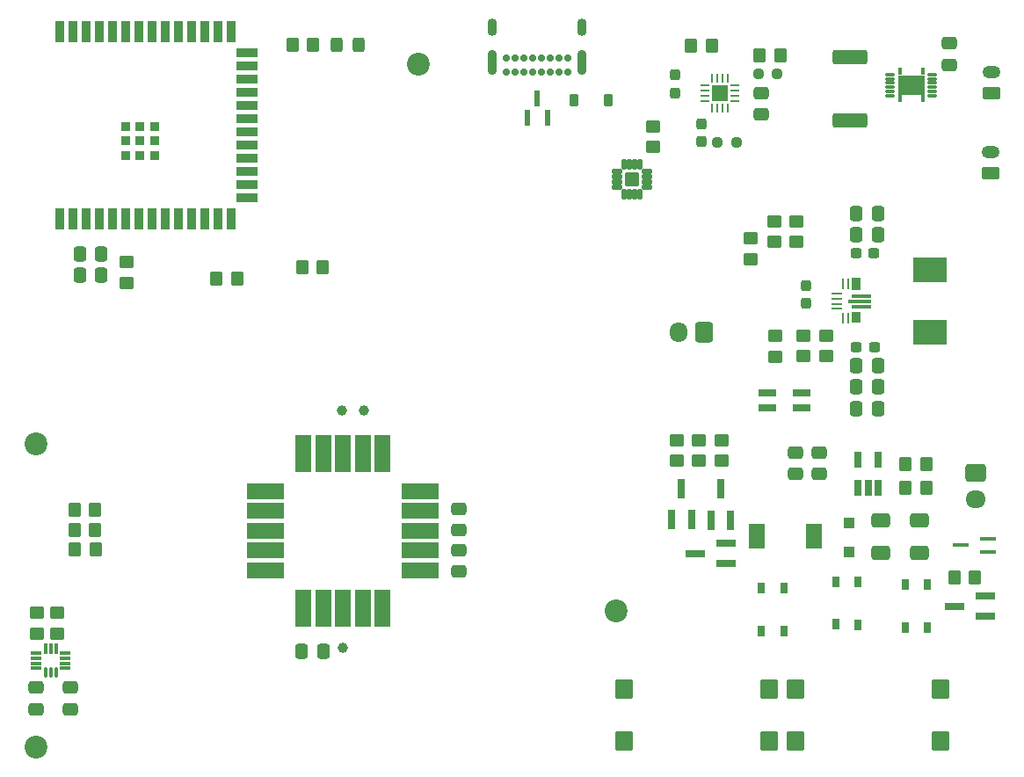
<source format=gts>
G04 #@! TF.GenerationSoftware,KiCad,Pcbnew,7.0.2*
G04 #@! TF.CreationDate,2023-10-18T14:33:44-04:00*
G04 #@! TF.ProjectId,boardlock,626f6172-646c-46f6-936b-2e6b69636164,rev?*
G04 #@! TF.SameCoordinates,Original*
G04 #@! TF.FileFunction,Soldermask,Top*
G04 #@! TF.FilePolarity,Negative*
%FSLAX46Y46*%
G04 Gerber Fmt 4.6, Leading zero omitted, Abs format (unit mm)*
G04 Created by KiCad (PCBNEW 7.0.2) date 2023-10-18 14:33:44*
%MOMM*%
%LPD*%
G01*
G04 APERTURE LIST*
G04 Aperture macros list*
%AMRoundRect*
0 Rectangle with rounded corners*
0 $1 Rounding radius*
0 $2 $3 $4 $5 $6 $7 $8 $9 X,Y pos of 4 corners*
0 Add a 4 corners polygon primitive as box body*
4,1,4,$2,$3,$4,$5,$6,$7,$8,$9,$2,$3,0*
0 Add four circle primitives for the rounded corners*
1,1,$1+$1,$2,$3*
1,1,$1+$1,$4,$5*
1,1,$1+$1,$6,$7*
1,1,$1+$1,$8,$9*
0 Add four rect primitives between the rounded corners*
20,1,$1+$1,$2,$3,$4,$5,0*
20,1,$1+$1,$4,$5,$6,$7,0*
20,1,$1+$1,$6,$7,$8,$9,0*
20,1,$1+$1,$8,$9,$2,$3,0*%
G04 Aperture macros list end*
%ADD10C,1.000000*%
%ADD11RoundRect,0.237500X0.250000X0.237500X-0.250000X0.237500X-0.250000X-0.237500X0.250000X-0.237500X0*%
%ADD12RoundRect,0.250000X-0.450000X0.350000X-0.450000X-0.350000X0.450000X-0.350000X0.450000X0.350000X0*%
%ADD13RoundRect,0.250000X-0.350000X-0.450000X0.350000X-0.450000X0.350000X0.450000X-0.350000X0.450000X0*%
%ADD14RoundRect,0.250000X0.650000X-0.412500X0.650000X0.412500X-0.650000X0.412500X-0.650000X-0.412500X0*%
%ADD15RoundRect,0.250000X-0.337500X-0.475000X0.337500X-0.475000X0.337500X0.475000X-0.337500X0.475000X0*%
%ADD16R,0.599999X1.500000*%
%ADD17RoundRect,0.237500X0.237500X-0.300000X0.237500X0.300000X-0.237500X0.300000X-0.237500X-0.300000X0*%
%ADD18R,0.800000X1.900000*%
%ADD19RoundRect,0.087500X-0.437500X-0.087500X0.437500X-0.087500X0.437500X0.087500X-0.437500X0.087500X0*%
%ADD20RoundRect,0.087500X-0.087500X-0.412500X0.087500X-0.412500X0.087500X0.412500X-0.087500X0.412500X0*%
%ADD21RoundRect,0.087500X-0.087500X-0.462500X0.087500X-0.462500X0.087500X0.462500X-0.087500X0.462500X0*%
%ADD22RoundRect,0.237500X-0.300000X-0.237500X0.300000X-0.237500X0.300000X0.237500X-0.300000X0.237500X0*%
%ADD23R,0.650000X1.050000*%
%ADD24RoundRect,0.250000X0.625000X-0.350000X0.625000X0.350000X-0.625000X0.350000X-0.625000X-0.350000X0*%
%ADD25O,1.750000X1.200000*%
%ADD26RoundRect,0.250000X-0.475000X0.337500X-0.475000X-0.337500X0.475000X-0.337500X0.475000X0.337500X0*%
%ADD27R,1.790000X0.800000*%
%ADD28R,1.500000X2.400000*%
%ADD29R,1.900000X0.800000*%
%ADD30C,2.200000*%
%ADD31RoundRect,0.249999X-1.425001X0.450001X-1.425001X-0.450001X1.425001X-0.450001X1.425001X0.450001X0*%
%ADD32RoundRect,0.062500X0.375000X0.062500X-0.375000X0.062500X-0.375000X-0.062500X0.375000X-0.062500X0*%
%ADD33RoundRect,0.062500X0.062500X0.375000X-0.062500X0.375000X-0.062500X-0.375000X0.062500X-0.375000X0*%
%ADD34R,1.600000X1.600000*%
%ADD35R,1.049999X0.240000*%
%ADD36R,0.240000X0.999999*%
%ADD37R,0.849998X1.050000*%
%ADD38R,1.950000X0.349998*%
%ADD39R,2.300000X0.349998*%
%ADD40R,2.300000X0.349997*%
%ADD41R,0.850000X1.150000*%
%ADD42R,0.245000X1.099999*%
%ADD43R,0.240000X1.099999*%
%ADD44RoundRect,0.250000X0.450000X-0.350000X0.450000X0.350000X-0.450000X0.350000X-0.450000X-0.350000X0*%
%ADD45RoundRect,0.050000X0.100000X0.100000X-0.100000X0.100000X-0.100000X-0.100000X0.100000X-0.100000X0*%
%ADD46O,0.950000X0.300000*%
%ADD47R,0.400000X0.575000*%
%ADD48R,0.400000X0.675000*%
%ADD49R,2.600000X1.950000*%
%ADD50RoundRect,0.237500X-0.250000X-0.237500X0.250000X-0.237500X0.250000X0.237500X-0.250000X0.237500X0*%
%ADD51R,1.500000X0.450000*%
%ADD52R,0.650000X1.560000*%
%ADD53RoundRect,0.000001X1.750000X0.750000X-1.750000X0.750000X-1.750000X-0.750000X1.750000X-0.750000X0*%
%ADD54RoundRect,0.000001X0.750000X1.750000X-0.750000X1.750000X-0.750000X-1.750000X0.750000X-1.750000X0*%
%ADD55RoundRect,0.250000X0.350000X0.450000X-0.350000X0.450000X-0.350000X-0.450000X0.350000X-0.450000X0*%
%ADD56RoundRect,0.250000X0.475000X-0.337500X0.475000X0.337500X-0.475000X0.337500X-0.475000X-0.337500X0*%
%ADD57RoundRect,0.110100X-0.411900X-0.126900X0.411900X-0.126900X0.411900X0.126900X-0.411900X0.126900X0*%
%ADD58RoundRect,0.110100X0.126900X-0.411900X0.126900X0.411900X-0.126900X0.411900X-0.126900X-0.411900X0*%
%ADD59RoundRect,0.102000X-0.550000X-0.550000X0.550000X-0.550000X0.550000X0.550000X-0.550000X0.550000X0*%
%ADD60R,0.900000X2.000000*%
%ADD61R,2.000000X0.900000*%
%ADD62R,0.900000X0.900000*%
%ADD63R,3.251200X2.489200*%
%ADD64RoundRect,0.102000X-0.775000X-0.800000X0.775000X-0.800000X0.775000X0.800000X-0.775000X0.800000X0*%
%ADD65RoundRect,0.250000X0.337500X0.475000X-0.337500X0.475000X-0.337500X-0.475000X0.337500X-0.475000X0*%
%ADD66RoundRect,0.250000X0.325000X0.450000X-0.325000X0.450000X-0.325000X-0.450000X0.325000X-0.450000X0*%
%ADD67RoundRect,0.225000X0.225000X0.375000X-0.225000X0.375000X-0.225000X-0.375000X0.225000X-0.375000X0*%
%ADD68RoundRect,0.250000X0.300000X-0.300000X0.300000X0.300000X-0.300000X0.300000X-0.300000X-0.300000X0*%
%ADD69RoundRect,0.250000X-0.725000X0.600000X-0.725000X-0.600000X0.725000X-0.600000X0.725000X0.600000X0*%
%ADD70O,1.950000X1.700000*%
%ADD71RoundRect,0.250000X0.600000X0.725000X-0.600000X0.725000X-0.600000X-0.725000X0.600000X-0.725000X0*%
%ADD72O,1.700000X1.950000*%
%ADD73RoundRect,0.237500X-0.237500X0.300000X-0.237500X-0.300000X0.237500X-0.300000X0.237500X0.300000X0*%
%ADD74C,0.700000*%
%ADD75O,0.900000X1.700000*%
%ADD76O,0.900000X2.400000*%
G04 APERTURE END LIST*
G36*
X191766154Y-91335563D02*
G01*
X191775535Y-91338408D01*
X191784178Y-91343028D01*
X191791755Y-91349246D01*
X191797973Y-91356823D01*
X191802596Y-91365466D01*
X191805441Y-91374846D01*
X191806401Y-91384600D01*
X191806401Y-91534600D01*
X191805441Y-91544356D01*
X191802596Y-91553736D01*
X191797973Y-91562380D01*
X191791755Y-91569957D01*
X191784178Y-91576174D01*
X191775535Y-91580795D01*
X191766154Y-91583640D01*
X191756401Y-91584600D01*
X191106400Y-91584600D01*
X191096646Y-91583640D01*
X191087266Y-91580795D01*
X191078622Y-91576174D01*
X191071045Y-91569957D01*
X191064827Y-91562380D01*
X191060205Y-91553736D01*
X191057360Y-91544356D01*
X191056400Y-91534600D01*
X191056400Y-91384600D01*
X191057360Y-91374846D01*
X191060205Y-91365466D01*
X191064827Y-91356823D01*
X191071045Y-91349246D01*
X191078622Y-91343028D01*
X191087266Y-91338408D01*
X191096646Y-91335563D01*
X191106400Y-91334600D01*
X191756401Y-91334600D01*
X191766154Y-91335563D01*
G37*
G36*
X191766154Y-93785560D02*
G01*
X191775535Y-93788405D01*
X191784178Y-93793026D01*
X191791755Y-93799243D01*
X191797973Y-93806820D01*
X191802596Y-93815464D01*
X191805441Y-93824844D01*
X191806401Y-93834600D01*
X191806401Y-93984600D01*
X191805441Y-93994354D01*
X191802596Y-94003734D01*
X191797973Y-94012377D01*
X191791755Y-94019954D01*
X191784178Y-94026172D01*
X191775535Y-94030792D01*
X191766154Y-94033637D01*
X191756401Y-94034600D01*
X191106400Y-94034600D01*
X191096646Y-94033637D01*
X191087266Y-94030792D01*
X191078622Y-94026172D01*
X191071045Y-94019954D01*
X191064827Y-94012377D01*
X191060205Y-94003734D01*
X191057360Y-93994354D01*
X191056400Y-93984600D01*
X191056400Y-93834600D01*
X191057360Y-93824844D01*
X191060205Y-93815464D01*
X191064827Y-93806820D01*
X191071045Y-93799243D01*
X191078622Y-93793026D01*
X191087266Y-93788405D01*
X191096646Y-93785560D01*
X191106400Y-93784600D01*
X191756401Y-93784600D01*
X191766154Y-93785560D01*
G37*
G36*
X191266153Y-93785560D02*
G01*
X191275533Y-93788405D01*
X191284177Y-93793028D01*
X191291754Y-93799246D01*
X191297971Y-93806823D01*
X191302592Y-93815466D01*
X191305437Y-93824847D01*
X191306399Y-93834600D01*
X191306399Y-94334599D01*
X191305437Y-94344353D01*
X191302592Y-94353733D01*
X191297971Y-94362377D01*
X191291754Y-94369954D01*
X191284177Y-94376171D01*
X191275533Y-94380794D01*
X191266153Y-94383639D01*
X191256399Y-94384599D01*
X191106400Y-94384599D01*
X191096643Y-94383639D01*
X191087263Y-94380794D01*
X191078620Y-94376171D01*
X191071043Y-94369954D01*
X191064825Y-94362377D01*
X191060205Y-94353733D01*
X191057360Y-94344353D01*
X191056400Y-94334599D01*
X191056400Y-93834600D01*
X191057360Y-93824847D01*
X191060205Y-93815466D01*
X191064825Y-93806823D01*
X191071043Y-93799246D01*
X191078620Y-93793028D01*
X191087263Y-93788405D01*
X191096643Y-93785560D01*
X191106400Y-93784600D01*
X191256399Y-93784600D01*
X191266153Y-93785560D01*
G37*
G36*
X191266153Y-90985561D02*
G01*
X191275533Y-90988406D01*
X191284177Y-90993029D01*
X191291754Y-90999246D01*
X191297971Y-91006823D01*
X191302592Y-91015467D01*
X191305437Y-91024847D01*
X191306399Y-91034601D01*
X191306399Y-91534600D01*
X191305437Y-91544353D01*
X191302592Y-91553734D01*
X191297971Y-91562377D01*
X191291754Y-91569954D01*
X191284177Y-91576172D01*
X191275533Y-91580795D01*
X191266153Y-91583640D01*
X191256399Y-91584600D01*
X191106400Y-91584600D01*
X191096643Y-91583640D01*
X191087263Y-91580795D01*
X191078620Y-91576172D01*
X191071043Y-91569954D01*
X191064825Y-91562377D01*
X191060205Y-91553734D01*
X191057360Y-91544353D01*
X191056400Y-91534600D01*
X191056400Y-91034601D01*
X191057360Y-91024847D01*
X191060205Y-91015467D01*
X191064825Y-91006823D01*
X191071043Y-90999246D01*
X191078620Y-90993029D01*
X191087263Y-90988406D01*
X191096643Y-90985561D01*
X191106400Y-90984601D01*
X191256399Y-90984601D01*
X191266153Y-90985561D01*
G37*
G36*
X191766157Y-93785560D02*
G01*
X191775537Y-93788405D01*
X191784181Y-93793028D01*
X191791758Y-93799246D01*
X191797976Y-93806823D01*
X191802596Y-93815466D01*
X191805441Y-93824847D01*
X191806401Y-93834600D01*
X191806401Y-94334599D01*
X191805441Y-94344353D01*
X191802596Y-94353733D01*
X191797976Y-94362377D01*
X191791758Y-94369954D01*
X191784181Y-94376171D01*
X191775537Y-94380794D01*
X191766157Y-94383639D01*
X191756401Y-94384599D01*
X191606401Y-94384599D01*
X191596648Y-94383639D01*
X191587267Y-94380794D01*
X191578624Y-94376171D01*
X191571047Y-94369954D01*
X191564829Y-94362377D01*
X191560209Y-94353733D01*
X191557364Y-94344353D01*
X191556401Y-94334599D01*
X191556401Y-93834600D01*
X191557364Y-93824847D01*
X191560209Y-93815466D01*
X191564829Y-93806823D01*
X191571047Y-93799246D01*
X191578624Y-93793028D01*
X191587267Y-93788405D01*
X191596648Y-93785560D01*
X191606401Y-93784600D01*
X191756401Y-93784600D01*
X191766157Y-93785560D01*
G37*
G36*
X191766157Y-90985561D02*
G01*
X191775537Y-90988406D01*
X191784181Y-90993029D01*
X191791758Y-90999246D01*
X191797976Y-91006823D01*
X191802596Y-91015467D01*
X191805441Y-91024847D01*
X191806401Y-91034601D01*
X191806401Y-91534600D01*
X191805441Y-91544353D01*
X191802596Y-91553734D01*
X191797976Y-91562377D01*
X191791758Y-91569954D01*
X191784181Y-91576172D01*
X191775537Y-91580795D01*
X191766157Y-91583640D01*
X191756401Y-91584600D01*
X191606401Y-91584600D01*
X191596648Y-91583640D01*
X191587267Y-91580795D01*
X191578624Y-91576172D01*
X191571047Y-91569954D01*
X191564829Y-91562377D01*
X191560209Y-91553734D01*
X191557364Y-91544353D01*
X191556401Y-91534600D01*
X191556401Y-91034601D01*
X191557364Y-91024847D01*
X191560209Y-91015467D01*
X191564829Y-91006823D01*
X191571047Y-90999246D01*
X191578624Y-90993029D01*
X191587267Y-90988406D01*
X191596648Y-90985561D01*
X191606401Y-90984601D01*
X191756401Y-90984601D01*
X191766157Y-90985561D01*
G37*
D10*
X141859000Y-103251000D03*
D11*
X179891700Y-77367100D03*
X178066700Y-77367100D03*
D12*
X183515000Y-84979000D03*
X183515000Y-86979000D03*
D13*
X175530000Y-68072000D03*
X177530000Y-68072000D03*
D12*
X112540000Y-122682500D03*
X112540000Y-124682500D03*
X174117000Y-106061000D03*
X174117000Y-108061000D03*
D14*
X197485000Y-116937000D03*
X197485000Y-113812000D03*
D15*
X191419400Y-84226400D03*
X193494400Y-84226400D03*
D16*
X159759999Y-75028398D03*
X161659998Y-75028398D03*
X160710000Y-73128399D03*
D17*
X174000800Y-72616200D03*
X174000800Y-70891200D03*
D18*
X173649600Y-113717200D03*
X175549600Y-113717200D03*
X174599600Y-110717200D03*
D19*
X112452500Y-126562500D03*
X112452500Y-127062500D03*
X112452500Y-127562500D03*
X112452500Y-128062500D03*
D20*
X113327500Y-128412500D03*
X113827500Y-128412500D03*
X114327500Y-128412500D03*
D19*
X115202500Y-128062500D03*
X115202500Y-127562500D03*
X115202500Y-127062500D03*
X115202500Y-126562500D03*
D21*
X114327500Y-126162500D03*
X113827500Y-126162500D03*
X113327500Y-126162500D03*
D22*
X191440900Y-97104200D03*
X193165900Y-97104200D03*
D23*
X198265000Y-119965000D03*
X198265000Y-124115000D03*
X196115000Y-119965000D03*
X196115000Y-124090000D03*
D24*
X204356800Y-80349600D03*
D25*
X204356800Y-78349600D03*
D15*
X191447600Y-100965000D03*
X193522600Y-100965000D03*
D26*
X115697000Y-129899500D03*
X115697000Y-131974500D03*
D27*
X186176000Y-102935000D03*
X186176000Y-101535000D03*
X182886000Y-101535000D03*
X182886000Y-102935000D03*
D13*
X200858000Y-119265000D03*
X202858000Y-119265000D03*
D28*
X181806400Y-115323700D03*
X187306400Y-115323700D03*
D29*
X178900000Y-117930000D03*
X178900000Y-116030000D03*
X175900000Y-116980000D03*
D10*
X141986000Y-126111000D03*
D30*
X149275800Y-69850000D03*
D31*
X190804800Y-69185600D03*
X190804800Y-75285600D03*
D12*
X121170000Y-88910000D03*
X121170000Y-90910000D03*
D32*
X179745500Y-73394000D03*
X179745500Y-72894000D03*
X179745500Y-72394000D03*
X179745500Y-71894000D03*
D33*
X179058000Y-71206500D03*
X178558000Y-71206500D03*
X178058000Y-71206500D03*
X177558000Y-71206500D03*
D32*
X176870500Y-71894000D03*
X176870500Y-72394000D03*
X176870500Y-72894000D03*
X176870500Y-73394000D03*
D33*
X177558000Y-74081500D03*
X178058000Y-74081500D03*
X178558000Y-74081500D03*
X179058000Y-74081500D03*
D34*
X178308000Y-72644000D03*
D24*
X204407600Y-72628000D03*
D25*
X204407600Y-70628000D03*
D35*
X189531400Y-91934599D03*
X189531400Y-92434598D03*
X189531400Y-92934600D03*
X189531400Y-93434598D03*
D36*
X190181400Y-94284600D03*
X190681399Y-94284600D03*
D37*
X191431399Y-94259600D03*
X191431399Y-94259600D03*
D38*
X191931400Y-93184599D03*
X191931400Y-93184599D03*
D39*
X191756400Y-92684600D03*
D40*
X191756400Y-92684600D03*
D38*
X191931400Y-92184601D03*
X191931400Y-92184601D03*
D41*
X191431400Y-91059600D03*
X191431400Y-91059600D03*
D42*
X190683900Y-91034600D03*
D43*
X190181400Y-91034600D03*
D13*
X137104000Y-67970000D03*
X139104000Y-67970000D03*
D12*
X185674000Y-84979000D03*
X185674000Y-86979000D03*
D13*
X116110000Y-114690000D03*
X118110000Y-114690000D03*
X138050000Y-89408000D03*
X140050000Y-89408000D03*
X182094000Y-68985100D03*
X184094000Y-68985100D03*
D44*
X171831000Y-77835000D03*
X171831000Y-75835000D03*
D45*
X199008000Y-72861500D03*
D46*
X198683000Y-72861500D03*
D45*
X199008000Y-72461500D03*
D46*
X198683000Y-72461500D03*
D45*
X199008000Y-72061500D03*
D46*
X198683000Y-72061500D03*
D45*
X199008000Y-71661500D03*
D46*
X198683000Y-71661500D03*
D45*
X199008000Y-71261500D03*
D46*
X198683000Y-71261500D03*
D45*
X199008000Y-70861500D03*
D46*
X198683000Y-70861500D03*
X194733000Y-70861500D03*
D45*
X194408000Y-70861500D03*
D46*
X194733000Y-71261500D03*
D45*
X194408000Y-71261500D03*
D46*
X194733000Y-71661500D03*
D45*
X194408000Y-71661500D03*
D46*
X194733000Y-72061500D03*
D45*
X194408000Y-72061500D03*
D46*
X194733000Y-72461500D03*
D45*
X194408000Y-72461500D03*
D46*
X194733000Y-72861500D03*
D45*
X194408000Y-72861500D03*
D47*
X197808000Y-73226500D03*
D48*
X197808000Y-73174000D03*
X197808000Y-70549000D03*
D47*
X197808000Y-70496500D03*
D49*
X196708000Y-71861500D03*
X196708000Y-71861500D03*
D47*
X195608000Y-73226500D03*
D48*
X195608000Y-73174000D03*
X195608000Y-70549000D03*
D47*
X195608000Y-70496500D03*
D22*
X191416600Y-88036400D03*
X193141600Y-88036400D03*
D12*
X176276000Y-106061000D03*
X176276000Y-108061000D03*
D50*
X181978300Y-70813900D03*
X183803300Y-70813900D03*
D51*
X204149000Y-116855000D03*
X204149000Y-115555000D03*
X201489000Y-116205000D03*
D52*
X191607400Y-110650000D03*
X192557400Y-110650000D03*
X193507400Y-110650000D03*
X193507400Y-107950000D03*
X191607400Y-107950000D03*
D12*
X181229000Y-86630000D03*
X181229000Y-88630000D03*
D14*
X193776600Y-116937000D03*
X193776600Y-113812000D03*
D12*
X114440000Y-122682500D03*
X114440000Y-124682500D03*
D26*
X185597800Y-107246500D03*
X185597800Y-109321500D03*
X182230400Y-72642700D03*
X182230400Y-74717700D03*
D30*
X112395000Y-106426000D03*
D53*
X149440000Y-118590000D03*
X149440000Y-116690000D03*
X149440000Y-114790000D03*
X149440000Y-112890000D03*
X149440000Y-110990000D03*
D54*
X145790000Y-107340000D03*
X143890000Y-107340000D03*
X141990000Y-107340000D03*
X140090000Y-107340000D03*
X138190000Y-107340000D03*
D53*
X134540000Y-110990000D03*
X134540000Y-112890000D03*
X134540000Y-114790000D03*
X134540000Y-116690000D03*
X134540000Y-118590000D03*
D54*
X138190000Y-122240000D03*
X140090000Y-122240000D03*
X141990000Y-122240000D03*
X143890000Y-122240000D03*
X145790000Y-122240000D03*
D55*
X198180200Y-108364100D03*
X196180200Y-108364100D03*
D56*
X153120000Y-114757500D03*
X153120000Y-112682500D03*
D30*
X168275000Y-122555000D03*
D15*
X191419400Y-86258400D03*
X193494400Y-86258400D03*
D57*
X168388000Y-80218600D03*
X168388000Y-80718600D03*
X168388000Y-81218600D03*
X168388000Y-81718600D03*
D58*
X169073000Y-82403600D03*
X169573000Y-82403600D03*
X170073000Y-82403600D03*
X170573000Y-82403600D03*
D57*
X171258000Y-81718600D03*
X171258000Y-81218600D03*
X171258000Y-80718600D03*
X171258000Y-80218600D03*
D58*
X170573000Y-79533600D03*
X170073000Y-79533600D03*
X169573000Y-79533600D03*
X169073000Y-79533600D03*
D59*
X169823000Y-80968600D03*
D60*
X114691800Y-84733800D03*
X115961800Y-84733800D03*
X117231800Y-84733800D03*
X118501800Y-84733800D03*
X119771800Y-84733800D03*
X121041800Y-84733800D03*
X122311800Y-84733800D03*
X123581800Y-84733800D03*
X124851800Y-84733800D03*
X126121800Y-84733800D03*
X127391800Y-84733800D03*
X128661800Y-84733800D03*
X129931800Y-84733800D03*
X131201800Y-84733800D03*
D61*
X132701800Y-82718800D03*
X132701800Y-81448800D03*
X132701800Y-80178800D03*
X132701800Y-78908800D03*
X132701800Y-77638800D03*
X132701800Y-76368800D03*
X132701800Y-75098800D03*
X132701800Y-73828800D03*
X132701800Y-72558800D03*
X132701800Y-71288800D03*
X132701800Y-70018800D03*
X132701800Y-68748800D03*
D60*
X131201800Y-66733800D03*
X129931800Y-66733800D03*
X128661800Y-66733800D03*
X127391800Y-66733800D03*
X126121800Y-66733800D03*
X124851800Y-66733800D03*
X123581800Y-66733800D03*
X122311800Y-66733800D03*
X121041800Y-66733800D03*
X119771800Y-66733800D03*
X118501800Y-66733800D03*
X117231800Y-66733800D03*
X115961800Y-66733800D03*
X114691800Y-66733800D03*
D62*
X121011800Y-78633800D03*
X122411800Y-78633800D03*
X123811800Y-78633800D03*
X123811800Y-78633800D03*
X121011800Y-77233800D03*
X121011800Y-77233800D03*
X122411800Y-77233800D03*
X123811800Y-77233800D03*
X121011800Y-75833800D03*
X122411800Y-75833800D03*
X123811800Y-75833800D03*
D63*
X198501000Y-89687400D03*
X198501000Y-95681800D03*
D30*
X112395000Y-135636000D03*
D64*
X169047000Y-130088000D03*
X182997000Y-130088000D03*
X169047000Y-135088000D03*
X182997000Y-135088000D03*
D10*
X144010000Y-103251000D03*
D15*
X191443700Y-103022400D03*
X193518700Y-103022400D03*
D26*
X187833000Y-107246500D03*
X187833000Y-109321500D03*
D13*
X129810000Y-90551000D03*
X131810000Y-90551000D03*
D65*
X118717400Y-90174200D03*
X116642400Y-90174200D03*
D64*
X185557000Y-130088000D03*
X199507000Y-130088000D03*
X185557000Y-135088000D03*
X199507000Y-135088000D03*
D44*
X186339400Y-97977200D03*
X186339400Y-95977200D03*
D23*
X191580000Y-119700000D03*
X191580000Y-123850000D03*
X189430000Y-119700000D03*
X189430000Y-123825000D03*
D18*
X177408800Y-113768000D03*
X179308800Y-113768000D03*
X178358800Y-110768000D03*
D65*
X140087500Y-126380000D03*
X138012500Y-126380000D03*
D15*
X191447600Y-98907600D03*
X193522600Y-98907600D03*
D29*
X203866000Y-123009000D03*
X203866000Y-121109000D03*
X200866000Y-122059000D03*
D66*
X143447000Y-67957000D03*
X141397000Y-67957000D03*
D67*
X167554200Y-73304400D03*
X164254200Y-73304400D03*
D68*
X190754000Y-116825300D03*
X190754000Y-114025300D03*
D65*
X118717400Y-88142200D03*
X116642400Y-88142200D03*
D23*
X184450000Y-120330000D03*
X184450000Y-124480000D03*
X182300000Y-120330000D03*
X182300000Y-124455000D03*
D69*
X202946000Y-109240000D03*
D70*
X202946000Y-111740000D03*
D71*
X176784000Y-95656400D03*
D72*
X174284000Y-95656400D03*
D13*
X116140000Y-116620000D03*
X118140000Y-116620000D03*
D26*
X153120000Y-116652500D03*
X153120000Y-118727500D03*
D12*
X178435000Y-106061000D03*
X178435000Y-108061000D03*
D44*
X183642000Y-98028000D03*
X183642000Y-96028000D03*
D13*
X196180200Y-110650100D03*
X198180200Y-110650100D03*
D26*
X112395000Y-129899500D03*
X112395000Y-131974500D03*
D56*
X200355200Y-69922300D03*
X200355200Y-67847300D03*
D13*
X116120000Y-112790000D03*
X118120000Y-112790000D03*
D17*
X186593400Y-92913200D03*
X186593400Y-91188200D03*
D44*
X188498400Y-97977200D03*
X188498400Y-95977200D03*
D73*
X176515400Y-75590200D03*
X176515400Y-77315200D03*
D74*
X157705400Y-70623800D03*
X158555400Y-70623800D03*
X159405400Y-70623800D03*
X160255400Y-70623800D03*
X161105400Y-70623800D03*
X161955400Y-70623800D03*
X162805400Y-70623800D03*
X163655400Y-70623800D03*
X163655400Y-69273800D03*
X162805400Y-69273800D03*
X161955400Y-69273800D03*
X161105400Y-69273800D03*
X160255400Y-69273800D03*
X159405400Y-69273800D03*
X158555400Y-69273800D03*
X157705400Y-69273800D03*
D75*
X156355400Y-66263800D03*
D76*
X156355400Y-69643800D03*
D75*
X165005400Y-66263800D03*
D76*
X165005400Y-69643800D03*
M02*

</source>
